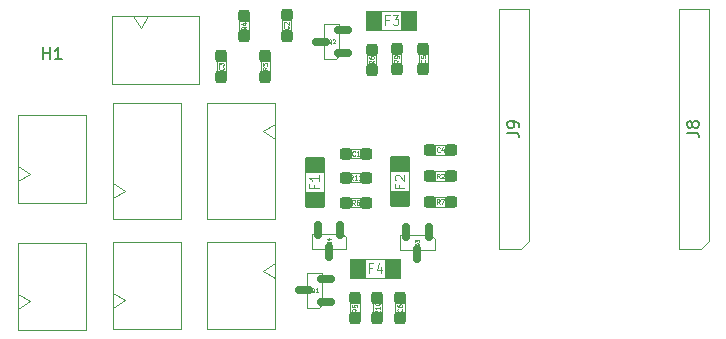
<source format=gbr>
%TF.GenerationSoftware,KiCad,Pcbnew,9.0.3*%
%TF.CreationDate,2025-08-24T20:12:34+09:00*%
%TF.ProjectId,mirror_Shooter_v2,6d697272-6f72-45f5-9368-6f6f7465725f,rev?*%
%TF.SameCoordinates,Original*%
%TF.FileFunction,Paste,Top*%
%TF.FilePolarity,Positive*%
%FSLAX46Y46*%
G04 Gerber Fmt 4.6, Leading zero omitted, Abs format (unit mm)*
G04 Created by KiCad (PCBNEW 9.0.3) date 2025-08-24 20:12:34*
%MOMM*%
%LPD*%
G01*
G04 APERTURE LIST*
G04 Aperture macros list*
%AMRoundRect*
0 Rectangle with rounded corners*
0 $1 Rounding radius*
0 $2 $3 $4 $5 $6 $7 $8 $9 X,Y pos of 4 corners*
0 Add a 4 corners polygon primitive as box body*
4,1,4,$2,$3,$4,$5,$6,$7,$8,$9,$2,$3,0*
0 Add four circle primitives for the rounded corners*
1,1,$1+$1,$2,$3*
1,1,$1+$1,$4,$5*
1,1,$1+$1,$6,$7*
1,1,$1+$1,$8,$9*
0 Add four rect primitives between the rounded corners*
20,1,$1+$1,$2,$3,$4,$5,0*
20,1,$1+$1,$4,$5,$6,$7,0*
20,1,$1+$1,$6,$7,$8,$9,0*
20,1,$1+$1,$8,$9,$2,$3,0*%
G04 Aperture macros list end*
%ADD10RoundRect,0.237500X0.300000X0.237500X-0.300000X0.237500X-0.300000X-0.237500X0.300000X-0.237500X0*%
%ADD11RoundRect,0.237500X-0.237500X0.300000X-0.237500X-0.300000X0.237500X-0.300000X0.237500X0.300000X0*%
%ADD12RoundRect,0.237500X0.237500X-0.300000X0.237500X0.300000X-0.237500X0.300000X-0.237500X-0.300000X0*%
%ADD13RoundRect,0.250001X0.624999X-0.462499X0.624999X0.462499X-0.624999X0.462499X-0.624999X-0.462499X0*%
%ADD14RoundRect,0.150000X0.587500X0.150000X-0.587500X0.150000X-0.587500X-0.150000X0.587500X-0.150000X0*%
%ADD15RoundRect,0.150000X-0.150000X0.587500X-0.150000X-0.587500X0.150000X-0.587500X0.150000X0.587500X0*%
%ADD16RoundRect,0.250001X-0.462499X-0.624999X0.462499X-0.624999X0.462499X0.624999X-0.462499X0.624999X0*%
%ADD17C,0.060000*%
%ADD18C,0.120000*%
%ADD19C,0.050000*%
%ADD20C,0.150000*%
%ADD21C,0.100000*%
G04 APERTURE END LIST*
D10*
%TO.C,R7*%
X153942800Y-103632000D03*
X152217800Y-103632000D03*
%TD*%
%TO.C,R8*%
X146786600Y-103682800D03*
X145061600Y-103682800D03*
%TD*%
D11*
%TO.C,R3*%
X138252200Y-91309800D03*
X138252200Y-93034800D03*
%TD*%
D12*
%TO.C,C6*%
X149656800Y-113485000D03*
X149656800Y-111760000D03*
%TD*%
D10*
%TO.C,C1*%
X146784400Y-99542600D03*
X145059400Y-99542600D03*
%TD*%
D12*
%TO.C,C5*%
X151638000Y-92403000D03*
X151638000Y-90678000D03*
%TD*%
D10*
%TO.C,R2*%
X153947200Y-101447600D03*
X152222200Y-101447600D03*
%TD*%
D13*
%TO.C,F2*%
X149654600Y-103406600D03*
X149654600Y-100431600D03*
%TD*%
D10*
%TO.C,R11*%
X146786600Y-101574600D03*
X145061600Y-101574600D03*
%TD*%
D11*
%TO.C,C3*%
X134543800Y-91284700D03*
X134543800Y-93009700D03*
%TD*%
D12*
%TO.C,R5*%
X145846800Y-113487200D03*
X145846800Y-111762200D03*
%TD*%
D14*
%TO.C,Q1*%
X143386200Y-112064800D03*
X143386200Y-110164800D03*
X141511200Y-111114800D03*
%TD*%
%TO.C,Q2*%
X144826200Y-90993000D03*
X144826200Y-89093000D03*
X142951200Y-90043000D03*
%TD*%
D15*
%TO.C,Q3*%
X152093000Y-106146600D03*
X150193000Y-106146600D03*
X151143000Y-108021600D03*
%TD*%
D12*
%TO.C,C2*%
X140055600Y-89558200D03*
X140055600Y-87833200D03*
%TD*%
D15*
%TO.C,Q4*%
X144597200Y-106019600D03*
X142697200Y-106019600D03*
X143647200Y-107894600D03*
%TD*%
D12*
%TO.C,R6*%
X147269200Y-92456000D03*
X147269200Y-90731000D03*
%TD*%
%TO.C,R9*%
X149377400Y-92403000D03*
X149377400Y-90678000D03*
%TD*%
D16*
%TO.C,F3*%
X147469200Y-88265000D03*
X150444200Y-88265000D03*
%TD*%
%TO.C,F4*%
X146075400Y-109270800D03*
X149050400Y-109270800D03*
%TD*%
D13*
%TO.C,F1*%
X142428000Y-103432900D03*
X142428000Y-100457900D03*
%TD*%
D11*
%TO.C,R4*%
X136448800Y-87859700D03*
X136448800Y-89584700D03*
%TD*%
D10*
%TO.C,C4*%
X153947200Y-99212400D03*
X152222200Y-99212400D03*
%TD*%
D12*
%TO.C,R10*%
X147751800Y-113485000D03*
X147751800Y-111760000D03*
%TD*%
D17*
X153013633Y-103813927D02*
X152880300Y-103623451D01*
X152785062Y-103813927D02*
X152785062Y-103413927D01*
X152785062Y-103413927D02*
X152937443Y-103413927D01*
X152937443Y-103413927D02*
X152975538Y-103432975D01*
X152975538Y-103432975D02*
X152994585Y-103452022D01*
X152994585Y-103452022D02*
X153013633Y-103490118D01*
X153013633Y-103490118D02*
X153013633Y-103547260D01*
X153013633Y-103547260D02*
X152994585Y-103585356D01*
X152994585Y-103585356D02*
X152975538Y-103604403D01*
X152975538Y-103604403D02*
X152937443Y-103623451D01*
X152937443Y-103623451D02*
X152785062Y-103623451D01*
X153146966Y-103413927D02*
X153413633Y-103413927D01*
X153413633Y-103413927D02*
X153242204Y-103813927D01*
X145857433Y-103864727D02*
X145724100Y-103674251D01*
X145628862Y-103864727D02*
X145628862Y-103464727D01*
X145628862Y-103464727D02*
X145781243Y-103464727D01*
X145781243Y-103464727D02*
X145819338Y-103483775D01*
X145819338Y-103483775D02*
X145838385Y-103502822D01*
X145838385Y-103502822D02*
X145857433Y-103540918D01*
X145857433Y-103540918D02*
X145857433Y-103598060D01*
X145857433Y-103598060D02*
X145838385Y-103636156D01*
X145838385Y-103636156D02*
X145819338Y-103655203D01*
X145819338Y-103655203D02*
X145781243Y-103674251D01*
X145781243Y-103674251D02*
X145628862Y-103674251D01*
X146086004Y-103636156D02*
X146047909Y-103617108D01*
X146047909Y-103617108D02*
X146028862Y-103598060D01*
X146028862Y-103598060D02*
X146009814Y-103559965D01*
X146009814Y-103559965D02*
X146009814Y-103540918D01*
X146009814Y-103540918D02*
X146028862Y-103502822D01*
X146028862Y-103502822D02*
X146047909Y-103483775D01*
X146047909Y-103483775D02*
X146086004Y-103464727D01*
X146086004Y-103464727D02*
X146162195Y-103464727D01*
X146162195Y-103464727D02*
X146200290Y-103483775D01*
X146200290Y-103483775D02*
X146219338Y-103502822D01*
X146219338Y-103502822D02*
X146238385Y-103540918D01*
X146238385Y-103540918D02*
X146238385Y-103559965D01*
X146238385Y-103559965D02*
X146219338Y-103598060D01*
X146219338Y-103598060D02*
X146200290Y-103617108D01*
X146200290Y-103617108D02*
X146162195Y-103636156D01*
X146162195Y-103636156D02*
X146086004Y-103636156D01*
X146086004Y-103636156D02*
X146047909Y-103655203D01*
X146047909Y-103655203D02*
X146028862Y-103674251D01*
X146028862Y-103674251D02*
X146009814Y-103712346D01*
X146009814Y-103712346D02*
X146009814Y-103788537D01*
X146009814Y-103788537D02*
X146028862Y-103826632D01*
X146028862Y-103826632D02*
X146047909Y-103845680D01*
X146047909Y-103845680D02*
X146086004Y-103864727D01*
X146086004Y-103864727D02*
X146162195Y-103864727D01*
X146162195Y-103864727D02*
X146200290Y-103845680D01*
X146200290Y-103845680D02*
X146219338Y-103826632D01*
X146219338Y-103826632D02*
X146238385Y-103788537D01*
X146238385Y-103788537D02*
X146238385Y-103712346D01*
X146238385Y-103712346D02*
X146219338Y-103674251D01*
X146219338Y-103674251D02*
X146200290Y-103655203D01*
X146200290Y-103655203D02*
X146162195Y-103636156D01*
X138434127Y-92238966D02*
X138243651Y-92372299D01*
X138434127Y-92467537D02*
X138034127Y-92467537D01*
X138034127Y-92467537D02*
X138034127Y-92315156D01*
X138034127Y-92315156D02*
X138053175Y-92277061D01*
X138053175Y-92277061D02*
X138072222Y-92258014D01*
X138072222Y-92258014D02*
X138110318Y-92238966D01*
X138110318Y-92238966D02*
X138167460Y-92238966D01*
X138167460Y-92238966D02*
X138205556Y-92258014D01*
X138205556Y-92258014D02*
X138224603Y-92277061D01*
X138224603Y-92277061D02*
X138243651Y-92315156D01*
X138243651Y-92315156D02*
X138243651Y-92467537D01*
X138034127Y-92105633D02*
X138034127Y-91858014D01*
X138034127Y-91858014D02*
X138186508Y-91991347D01*
X138186508Y-91991347D02*
X138186508Y-91934204D01*
X138186508Y-91934204D02*
X138205556Y-91896109D01*
X138205556Y-91896109D02*
X138224603Y-91877061D01*
X138224603Y-91877061D02*
X138262699Y-91858014D01*
X138262699Y-91858014D02*
X138357937Y-91858014D01*
X138357937Y-91858014D02*
X138396032Y-91877061D01*
X138396032Y-91877061D02*
X138415080Y-91896109D01*
X138415080Y-91896109D02*
X138434127Y-91934204D01*
X138434127Y-91934204D02*
X138434127Y-92048490D01*
X138434127Y-92048490D02*
X138415080Y-92086585D01*
X138415080Y-92086585D02*
X138396032Y-92105633D01*
X149800632Y-112689166D02*
X149819680Y-112708214D01*
X149819680Y-112708214D02*
X149838727Y-112765356D01*
X149838727Y-112765356D02*
X149838727Y-112803452D01*
X149838727Y-112803452D02*
X149819680Y-112860595D01*
X149819680Y-112860595D02*
X149781584Y-112898690D01*
X149781584Y-112898690D02*
X149743489Y-112917737D01*
X149743489Y-112917737D02*
X149667299Y-112936785D01*
X149667299Y-112936785D02*
X149610156Y-112936785D01*
X149610156Y-112936785D02*
X149533965Y-112917737D01*
X149533965Y-112917737D02*
X149495870Y-112898690D01*
X149495870Y-112898690D02*
X149457775Y-112860595D01*
X149457775Y-112860595D02*
X149438727Y-112803452D01*
X149438727Y-112803452D02*
X149438727Y-112765356D01*
X149438727Y-112765356D02*
X149457775Y-112708214D01*
X149457775Y-112708214D02*
X149476822Y-112689166D01*
X149438727Y-112346309D02*
X149438727Y-112422499D01*
X149438727Y-112422499D02*
X149457775Y-112460595D01*
X149457775Y-112460595D02*
X149476822Y-112479642D01*
X149476822Y-112479642D02*
X149533965Y-112517737D01*
X149533965Y-112517737D02*
X149610156Y-112536785D01*
X149610156Y-112536785D02*
X149762537Y-112536785D01*
X149762537Y-112536785D02*
X149800632Y-112517737D01*
X149800632Y-112517737D02*
X149819680Y-112498690D01*
X149819680Y-112498690D02*
X149838727Y-112460595D01*
X149838727Y-112460595D02*
X149838727Y-112384404D01*
X149838727Y-112384404D02*
X149819680Y-112346309D01*
X149819680Y-112346309D02*
X149800632Y-112327261D01*
X149800632Y-112327261D02*
X149762537Y-112308214D01*
X149762537Y-112308214D02*
X149667299Y-112308214D01*
X149667299Y-112308214D02*
X149629203Y-112327261D01*
X149629203Y-112327261D02*
X149610156Y-112346309D01*
X149610156Y-112346309D02*
X149591108Y-112384404D01*
X149591108Y-112384404D02*
X149591108Y-112460595D01*
X149591108Y-112460595D02*
X149610156Y-112498690D01*
X149610156Y-112498690D02*
X149629203Y-112517737D01*
X149629203Y-112517737D02*
X149667299Y-112536785D01*
X145855233Y-99686432D02*
X145836185Y-99705480D01*
X145836185Y-99705480D02*
X145779043Y-99724527D01*
X145779043Y-99724527D02*
X145740947Y-99724527D01*
X145740947Y-99724527D02*
X145683804Y-99705480D01*
X145683804Y-99705480D02*
X145645709Y-99667384D01*
X145645709Y-99667384D02*
X145626662Y-99629289D01*
X145626662Y-99629289D02*
X145607614Y-99553099D01*
X145607614Y-99553099D02*
X145607614Y-99495956D01*
X145607614Y-99495956D02*
X145626662Y-99419765D01*
X145626662Y-99419765D02*
X145645709Y-99381670D01*
X145645709Y-99381670D02*
X145683804Y-99343575D01*
X145683804Y-99343575D02*
X145740947Y-99324527D01*
X145740947Y-99324527D02*
X145779043Y-99324527D01*
X145779043Y-99324527D02*
X145836185Y-99343575D01*
X145836185Y-99343575D02*
X145855233Y-99362622D01*
X146236185Y-99724527D02*
X146007614Y-99724527D01*
X146121900Y-99724527D02*
X146121900Y-99324527D01*
X146121900Y-99324527D02*
X146083804Y-99381670D01*
X146083804Y-99381670D02*
X146045709Y-99419765D01*
X146045709Y-99419765D02*
X146007614Y-99438813D01*
X151781832Y-91607166D02*
X151800880Y-91626214D01*
X151800880Y-91626214D02*
X151819927Y-91683356D01*
X151819927Y-91683356D02*
X151819927Y-91721452D01*
X151819927Y-91721452D02*
X151800880Y-91778595D01*
X151800880Y-91778595D02*
X151762784Y-91816690D01*
X151762784Y-91816690D02*
X151724689Y-91835737D01*
X151724689Y-91835737D02*
X151648499Y-91854785D01*
X151648499Y-91854785D02*
X151591356Y-91854785D01*
X151591356Y-91854785D02*
X151515165Y-91835737D01*
X151515165Y-91835737D02*
X151477070Y-91816690D01*
X151477070Y-91816690D02*
X151438975Y-91778595D01*
X151438975Y-91778595D02*
X151419927Y-91721452D01*
X151419927Y-91721452D02*
X151419927Y-91683356D01*
X151419927Y-91683356D02*
X151438975Y-91626214D01*
X151438975Y-91626214D02*
X151458022Y-91607166D01*
X151419927Y-91245261D02*
X151419927Y-91435737D01*
X151419927Y-91435737D02*
X151610403Y-91454785D01*
X151610403Y-91454785D02*
X151591356Y-91435737D01*
X151591356Y-91435737D02*
X151572308Y-91397642D01*
X151572308Y-91397642D02*
X151572308Y-91302404D01*
X151572308Y-91302404D02*
X151591356Y-91264309D01*
X151591356Y-91264309D02*
X151610403Y-91245261D01*
X151610403Y-91245261D02*
X151648499Y-91226214D01*
X151648499Y-91226214D02*
X151743737Y-91226214D01*
X151743737Y-91226214D02*
X151781832Y-91245261D01*
X151781832Y-91245261D02*
X151800880Y-91264309D01*
X151800880Y-91264309D02*
X151819927Y-91302404D01*
X151819927Y-91302404D02*
X151819927Y-91397642D01*
X151819927Y-91397642D02*
X151800880Y-91435737D01*
X151800880Y-91435737D02*
X151781832Y-91454785D01*
X153018033Y-101629527D02*
X152884700Y-101439051D01*
X152789462Y-101629527D02*
X152789462Y-101229527D01*
X152789462Y-101229527D02*
X152941843Y-101229527D01*
X152941843Y-101229527D02*
X152979938Y-101248575D01*
X152979938Y-101248575D02*
X152998985Y-101267622D01*
X152998985Y-101267622D02*
X153018033Y-101305718D01*
X153018033Y-101305718D02*
X153018033Y-101362860D01*
X153018033Y-101362860D02*
X152998985Y-101400956D01*
X152998985Y-101400956D02*
X152979938Y-101420003D01*
X152979938Y-101420003D02*
X152941843Y-101439051D01*
X152941843Y-101439051D02*
X152789462Y-101439051D01*
X153170414Y-101267622D02*
X153189462Y-101248575D01*
X153189462Y-101248575D02*
X153227557Y-101229527D01*
X153227557Y-101229527D02*
X153322795Y-101229527D01*
X153322795Y-101229527D02*
X153360890Y-101248575D01*
X153360890Y-101248575D02*
X153379938Y-101267622D01*
X153379938Y-101267622D02*
X153398985Y-101305718D01*
X153398985Y-101305718D02*
X153398985Y-101343813D01*
X153398985Y-101343813D02*
X153379938Y-101400956D01*
X153379938Y-101400956D02*
X153151366Y-101629527D01*
X153151366Y-101629527D02*
X153398985Y-101629527D01*
D18*
X149599407Y-102185766D02*
X149599407Y-102452432D01*
X150018455Y-102452432D02*
X149218455Y-102452432D01*
X149218455Y-102452432D02*
X149218455Y-102071480D01*
X149294645Y-101804814D02*
X149256550Y-101766718D01*
X149256550Y-101766718D02*
X149218455Y-101690528D01*
X149218455Y-101690528D02*
X149218455Y-101500052D01*
X149218455Y-101500052D02*
X149256550Y-101423861D01*
X149256550Y-101423861D02*
X149294645Y-101385766D01*
X149294645Y-101385766D02*
X149370836Y-101347671D01*
X149370836Y-101347671D02*
X149447026Y-101347671D01*
X149447026Y-101347671D02*
X149561312Y-101385766D01*
X149561312Y-101385766D02*
X150018455Y-101842909D01*
X150018455Y-101842909D02*
X150018455Y-101347671D01*
D17*
X145666957Y-101756527D02*
X145533624Y-101566051D01*
X145438386Y-101756527D02*
X145438386Y-101356527D01*
X145438386Y-101356527D02*
X145590767Y-101356527D01*
X145590767Y-101356527D02*
X145628862Y-101375575D01*
X145628862Y-101375575D02*
X145647909Y-101394622D01*
X145647909Y-101394622D02*
X145666957Y-101432718D01*
X145666957Y-101432718D02*
X145666957Y-101489860D01*
X145666957Y-101489860D02*
X145647909Y-101527956D01*
X145647909Y-101527956D02*
X145628862Y-101547003D01*
X145628862Y-101547003D02*
X145590767Y-101566051D01*
X145590767Y-101566051D02*
X145438386Y-101566051D01*
X146047909Y-101756527D02*
X145819338Y-101756527D01*
X145933624Y-101756527D02*
X145933624Y-101356527D01*
X145933624Y-101356527D02*
X145895528Y-101413670D01*
X145895528Y-101413670D02*
X145857433Y-101451765D01*
X145857433Y-101451765D02*
X145819338Y-101470813D01*
X146428861Y-101756527D02*
X146200290Y-101756527D01*
X146314576Y-101756527D02*
X146314576Y-101356527D01*
X146314576Y-101356527D02*
X146276480Y-101413670D01*
X146276480Y-101413670D02*
X146238385Y-101451765D01*
X146238385Y-101451765D02*
X146200290Y-101470813D01*
X134687632Y-92213866D02*
X134706680Y-92232914D01*
X134706680Y-92232914D02*
X134725727Y-92290056D01*
X134725727Y-92290056D02*
X134725727Y-92328152D01*
X134725727Y-92328152D02*
X134706680Y-92385295D01*
X134706680Y-92385295D02*
X134668584Y-92423390D01*
X134668584Y-92423390D02*
X134630489Y-92442437D01*
X134630489Y-92442437D02*
X134554299Y-92461485D01*
X134554299Y-92461485D02*
X134497156Y-92461485D01*
X134497156Y-92461485D02*
X134420965Y-92442437D01*
X134420965Y-92442437D02*
X134382870Y-92423390D01*
X134382870Y-92423390D02*
X134344775Y-92385295D01*
X134344775Y-92385295D02*
X134325727Y-92328152D01*
X134325727Y-92328152D02*
X134325727Y-92290056D01*
X134325727Y-92290056D02*
X134344775Y-92232914D01*
X134344775Y-92232914D02*
X134363822Y-92213866D01*
X134325727Y-92080533D02*
X134325727Y-91832914D01*
X134325727Y-91832914D02*
X134478108Y-91966247D01*
X134478108Y-91966247D02*
X134478108Y-91909104D01*
X134478108Y-91909104D02*
X134497156Y-91871009D01*
X134497156Y-91871009D02*
X134516203Y-91851961D01*
X134516203Y-91851961D02*
X134554299Y-91832914D01*
X134554299Y-91832914D02*
X134649537Y-91832914D01*
X134649537Y-91832914D02*
X134687632Y-91851961D01*
X134687632Y-91851961D02*
X134706680Y-91871009D01*
X134706680Y-91871009D02*
X134725727Y-91909104D01*
X134725727Y-91909104D02*
X134725727Y-92023390D01*
X134725727Y-92023390D02*
X134706680Y-92061485D01*
X134706680Y-92061485D02*
X134687632Y-92080533D01*
X146028727Y-112691366D02*
X145838251Y-112824699D01*
X146028727Y-112919937D02*
X145628727Y-112919937D01*
X145628727Y-112919937D02*
X145628727Y-112767556D01*
X145628727Y-112767556D02*
X145647775Y-112729461D01*
X145647775Y-112729461D02*
X145666822Y-112710414D01*
X145666822Y-112710414D02*
X145704918Y-112691366D01*
X145704918Y-112691366D02*
X145762060Y-112691366D01*
X145762060Y-112691366D02*
X145800156Y-112710414D01*
X145800156Y-112710414D02*
X145819203Y-112729461D01*
X145819203Y-112729461D02*
X145838251Y-112767556D01*
X145838251Y-112767556D02*
X145838251Y-112919937D01*
X145628727Y-112329461D02*
X145628727Y-112519937D01*
X145628727Y-112519937D02*
X145819203Y-112538985D01*
X145819203Y-112538985D02*
X145800156Y-112519937D01*
X145800156Y-112519937D02*
X145781108Y-112481842D01*
X145781108Y-112481842D02*
X145781108Y-112386604D01*
X145781108Y-112386604D02*
X145800156Y-112348509D01*
X145800156Y-112348509D02*
X145819203Y-112329461D01*
X145819203Y-112329461D02*
X145857299Y-112310414D01*
X145857299Y-112310414D02*
X145952537Y-112310414D01*
X145952537Y-112310414D02*
X145990632Y-112329461D01*
X145990632Y-112329461D02*
X146009680Y-112348509D01*
X146009680Y-112348509D02*
X146028727Y-112386604D01*
X146028727Y-112386604D02*
X146028727Y-112481842D01*
X146028727Y-112481842D02*
X146009680Y-112519937D01*
X146009680Y-112519937D02*
X145990632Y-112538985D01*
D19*
X142418223Y-111290714D02*
X142387747Y-111275476D01*
X142387747Y-111275476D02*
X142357271Y-111245000D01*
X142357271Y-111245000D02*
X142311557Y-111199285D01*
X142311557Y-111199285D02*
X142281080Y-111184047D01*
X142281080Y-111184047D02*
X142250604Y-111184047D01*
X142265842Y-111260238D02*
X142235366Y-111245000D01*
X142235366Y-111245000D02*
X142204890Y-111214523D01*
X142204890Y-111214523D02*
X142189652Y-111153571D01*
X142189652Y-111153571D02*
X142189652Y-111046904D01*
X142189652Y-111046904D02*
X142204890Y-110985952D01*
X142204890Y-110985952D02*
X142235366Y-110955476D01*
X142235366Y-110955476D02*
X142265842Y-110940238D01*
X142265842Y-110940238D02*
X142326795Y-110940238D01*
X142326795Y-110940238D02*
X142357271Y-110955476D01*
X142357271Y-110955476D02*
X142387747Y-110985952D01*
X142387747Y-110985952D02*
X142402985Y-111046904D01*
X142402985Y-111046904D02*
X142402985Y-111153571D01*
X142402985Y-111153571D02*
X142387747Y-111214523D01*
X142387747Y-111214523D02*
X142357271Y-111245000D01*
X142357271Y-111245000D02*
X142326795Y-111260238D01*
X142326795Y-111260238D02*
X142265842Y-111260238D01*
X142707747Y-111260238D02*
X142524890Y-111260238D01*
X142616318Y-111260238D02*
X142616318Y-110940238D01*
X142616318Y-110940238D02*
X142585842Y-110985952D01*
X142585842Y-110985952D02*
X142555366Y-111016428D01*
X142555366Y-111016428D02*
X142524890Y-111031666D01*
X143858223Y-90218914D02*
X143827747Y-90203676D01*
X143827747Y-90203676D02*
X143797271Y-90173200D01*
X143797271Y-90173200D02*
X143751557Y-90127485D01*
X143751557Y-90127485D02*
X143721080Y-90112247D01*
X143721080Y-90112247D02*
X143690604Y-90112247D01*
X143705842Y-90188438D02*
X143675366Y-90173200D01*
X143675366Y-90173200D02*
X143644890Y-90142723D01*
X143644890Y-90142723D02*
X143629652Y-90081771D01*
X143629652Y-90081771D02*
X143629652Y-89975104D01*
X143629652Y-89975104D02*
X143644890Y-89914152D01*
X143644890Y-89914152D02*
X143675366Y-89883676D01*
X143675366Y-89883676D02*
X143705842Y-89868438D01*
X143705842Y-89868438D02*
X143766795Y-89868438D01*
X143766795Y-89868438D02*
X143797271Y-89883676D01*
X143797271Y-89883676D02*
X143827747Y-89914152D01*
X143827747Y-89914152D02*
X143842985Y-89975104D01*
X143842985Y-89975104D02*
X143842985Y-90081771D01*
X143842985Y-90081771D02*
X143827747Y-90142723D01*
X143827747Y-90142723D02*
X143797271Y-90173200D01*
X143797271Y-90173200D02*
X143766795Y-90188438D01*
X143766795Y-90188438D02*
X143705842Y-90188438D01*
X143964890Y-89898914D02*
X143980128Y-89883676D01*
X143980128Y-89883676D02*
X144010604Y-89868438D01*
X144010604Y-89868438D02*
X144086795Y-89868438D01*
X144086795Y-89868438D02*
X144117271Y-89883676D01*
X144117271Y-89883676D02*
X144132509Y-89898914D01*
X144132509Y-89898914D02*
X144147747Y-89929390D01*
X144147747Y-89929390D02*
X144147747Y-89959866D01*
X144147747Y-89959866D02*
X144132509Y-90005580D01*
X144132509Y-90005580D02*
X143949652Y-90188438D01*
X143949652Y-90188438D02*
X144147747Y-90188438D01*
X151318914Y-107114576D02*
X151303676Y-107145052D01*
X151303676Y-107145052D02*
X151273200Y-107175528D01*
X151273200Y-107175528D02*
X151227485Y-107221242D01*
X151227485Y-107221242D02*
X151212247Y-107251719D01*
X151212247Y-107251719D02*
X151212247Y-107282195D01*
X151288438Y-107266957D02*
X151273200Y-107297433D01*
X151273200Y-107297433D02*
X151242723Y-107327909D01*
X151242723Y-107327909D02*
X151181771Y-107343147D01*
X151181771Y-107343147D02*
X151075104Y-107343147D01*
X151075104Y-107343147D02*
X151014152Y-107327909D01*
X151014152Y-107327909D02*
X150983676Y-107297433D01*
X150983676Y-107297433D02*
X150968438Y-107266957D01*
X150968438Y-107266957D02*
X150968438Y-107206004D01*
X150968438Y-107206004D02*
X150983676Y-107175528D01*
X150983676Y-107175528D02*
X151014152Y-107145052D01*
X151014152Y-107145052D02*
X151075104Y-107129814D01*
X151075104Y-107129814D02*
X151181771Y-107129814D01*
X151181771Y-107129814D02*
X151242723Y-107145052D01*
X151242723Y-107145052D02*
X151273200Y-107175528D01*
X151273200Y-107175528D02*
X151288438Y-107206004D01*
X151288438Y-107206004D02*
X151288438Y-107266957D01*
X150968438Y-107023147D02*
X150968438Y-106825052D01*
X150968438Y-106825052D02*
X151090342Y-106931719D01*
X151090342Y-106931719D02*
X151090342Y-106886004D01*
X151090342Y-106886004D02*
X151105580Y-106855528D01*
X151105580Y-106855528D02*
X151120819Y-106840290D01*
X151120819Y-106840290D02*
X151151295Y-106825052D01*
X151151295Y-106825052D02*
X151227485Y-106825052D01*
X151227485Y-106825052D02*
X151257961Y-106840290D01*
X151257961Y-106840290D02*
X151273200Y-106855528D01*
X151273200Y-106855528D02*
X151288438Y-106886004D01*
X151288438Y-106886004D02*
X151288438Y-106977433D01*
X151288438Y-106977433D02*
X151273200Y-107007909D01*
X151273200Y-107007909D02*
X151257961Y-107023147D01*
D17*
X140199432Y-88762366D02*
X140218480Y-88781414D01*
X140218480Y-88781414D02*
X140237527Y-88838556D01*
X140237527Y-88838556D02*
X140237527Y-88876652D01*
X140237527Y-88876652D02*
X140218480Y-88933795D01*
X140218480Y-88933795D02*
X140180384Y-88971890D01*
X140180384Y-88971890D02*
X140142289Y-88990937D01*
X140142289Y-88990937D02*
X140066099Y-89009985D01*
X140066099Y-89009985D02*
X140008956Y-89009985D01*
X140008956Y-89009985D02*
X139932765Y-88990937D01*
X139932765Y-88990937D02*
X139894670Y-88971890D01*
X139894670Y-88971890D02*
X139856575Y-88933795D01*
X139856575Y-88933795D02*
X139837527Y-88876652D01*
X139837527Y-88876652D02*
X139837527Y-88838556D01*
X139837527Y-88838556D02*
X139856575Y-88781414D01*
X139856575Y-88781414D02*
X139875622Y-88762366D01*
X139875622Y-88609985D02*
X139856575Y-88590937D01*
X139856575Y-88590937D02*
X139837527Y-88552842D01*
X139837527Y-88552842D02*
X139837527Y-88457604D01*
X139837527Y-88457604D02*
X139856575Y-88419509D01*
X139856575Y-88419509D02*
X139875622Y-88400461D01*
X139875622Y-88400461D02*
X139913718Y-88381414D01*
X139913718Y-88381414D02*
X139951813Y-88381414D01*
X139951813Y-88381414D02*
X140008956Y-88400461D01*
X140008956Y-88400461D02*
X140237527Y-88629033D01*
X140237527Y-88629033D02*
X140237527Y-88381414D01*
D19*
X143823114Y-106987576D02*
X143807876Y-107018052D01*
X143807876Y-107018052D02*
X143777400Y-107048528D01*
X143777400Y-107048528D02*
X143731685Y-107094242D01*
X143731685Y-107094242D02*
X143716447Y-107124719D01*
X143716447Y-107124719D02*
X143716447Y-107155195D01*
X143792638Y-107139957D02*
X143777400Y-107170433D01*
X143777400Y-107170433D02*
X143746923Y-107200909D01*
X143746923Y-107200909D02*
X143685971Y-107216147D01*
X143685971Y-107216147D02*
X143579304Y-107216147D01*
X143579304Y-107216147D02*
X143518352Y-107200909D01*
X143518352Y-107200909D02*
X143487876Y-107170433D01*
X143487876Y-107170433D02*
X143472638Y-107139957D01*
X143472638Y-107139957D02*
X143472638Y-107079004D01*
X143472638Y-107079004D02*
X143487876Y-107048528D01*
X143487876Y-107048528D02*
X143518352Y-107018052D01*
X143518352Y-107018052D02*
X143579304Y-107002814D01*
X143579304Y-107002814D02*
X143685971Y-107002814D01*
X143685971Y-107002814D02*
X143746923Y-107018052D01*
X143746923Y-107018052D02*
X143777400Y-107048528D01*
X143777400Y-107048528D02*
X143792638Y-107079004D01*
X143792638Y-107079004D02*
X143792638Y-107139957D01*
X143579304Y-106728528D02*
X143792638Y-106728528D01*
X143457400Y-106804719D02*
X143685971Y-106880909D01*
X143685971Y-106880909D02*
X143685971Y-106682814D01*
D17*
X147451127Y-91660166D02*
X147260651Y-91793499D01*
X147451127Y-91888737D02*
X147051127Y-91888737D01*
X147051127Y-91888737D02*
X147051127Y-91736356D01*
X147051127Y-91736356D02*
X147070175Y-91698261D01*
X147070175Y-91698261D02*
X147089222Y-91679214D01*
X147089222Y-91679214D02*
X147127318Y-91660166D01*
X147127318Y-91660166D02*
X147184460Y-91660166D01*
X147184460Y-91660166D02*
X147222556Y-91679214D01*
X147222556Y-91679214D02*
X147241603Y-91698261D01*
X147241603Y-91698261D02*
X147260651Y-91736356D01*
X147260651Y-91736356D02*
X147260651Y-91888737D01*
X147051127Y-91317309D02*
X147051127Y-91393499D01*
X147051127Y-91393499D02*
X147070175Y-91431595D01*
X147070175Y-91431595D02*
X147089222Y-91450642D01*
X147089222Y-91450642D02*
X147146365Y-91488737D01*
X147146365Y-91488737D02*
X147222556Y-91507785D01*
X147222556Y-91507785D02*
X147374937Y-91507785D01*
X147374937Y-91507785D02*
X147413032Y-91488737D01*
X147413032Y-91488737D02*
X147432080Y-91469690D01*
X147432080Y-91469690D02*
X147451127Y-91431595D01*
X147451127Y-91431595D02*
X147451127Y-91355404D01*
X147451127Y-91355404D02*
X147432080Y-91317309D01*
X147432080Y-91317309D02*
X147413032Y-91298261D01*
X147413032Y-91298261D02*
X147374937Y-91279214D01*
X147374937Y-91279214D02*
X147279699Y-91279214D01*
X147279699Y-91279214D02*
X147241603Y-91298261D01*
X147241603Y-91298261D02*
X147222556Y-91317309D01*
X147222556Y-91317309D02*
X147203508Y-91355404D01*
X147203508Y-91355404D02*
X147203508Y-91431595D01*
X147203508Y-91431595D02*
X147222556Y-91469690D01*
X147222556Y-91469690D02*
X147241603Y-91488737D01*
X147241603Y-91488737D02*
X147279699Y-91507785D01*
D20*
X158728219Y-97767733D02*
X159442504Y-97767733D01*
X159442504Y-97767733D02*
X159585361Y-97815352D01*
X159585361Y-97815352D02*
X159680600Y-97910590D01*
X159680600Y-97910590D02*
X159728219Y-98053447D01*
X159728219Y-98053447D02*
X159728219Y-98148685D01*
X159728219Y-97243923D02*
X159728219Y-97053447D01*
X159728219Y-97053447D02*
X159680600Y-96958209D01*
X159680600Y-96958209D02*
X159632980Y-96910590D01*
X159632980Y-96910590D02*
X159490123Y-96815352D01*
X159490123Y-96815352D02*
X159299647Y-96767733D01*
X159299647Y-96767733D02*
X158918695Y-96767733D01*
X158918695Y-96767733D02*
X158823457Y-96815352D01*
X158823457Y-96815352D02*
X158775838Y-96862971D01*
X158775838Y-96862971D02*
X158728219Y-96958209D01*
X158728219Y-96958209D02*
X158728219Y-97148685D01*
X158728219Y-97148685D02*
X158775838Y-97243923D01*
X158775838Y-97243923D02*
X158823457Y-97291542D01*
X158823457Y-97291542D02*
X158918695Y-97339161D01*
X158918695Y-97339161D02*
X159156790Y-97339161D01*
X159156790Y-97339161D02*
X159252028Y-97291542D01*
X159252028Y-97291542D02*
X159299647Y-97243923D01*
X159299647Y-97243923D02*
X159347266Y-97148685D01*
X159347266Y-97148685D02*
X159347266Y-96958209D01*
X159347266Y-96958209D02*
X159299647Y-96862971D01*
X159299647Y-96862971D02*
X159252028Y-96815352D01*
X159252028Y-96815352D02*
X159156790Y-96767733D01*
X119455895Y-91539219D02*
X119455895Y-90539219D01*
X119455895Y-91015409D02*
X120027323Y-91015409D01*
X120027323Y-91539219D02*
X120027323Y-90539219D01*
X121027323Y-91539219D02*
X120455895Y-91539219D01*
X120741609Y-91539219D02*
X120741609Y-90539219D01*
X120741609Y-90539219D02*
X120646371Y-90682076D01*
X120646371Y-90682076D02*
X120551133Y-90777314D01*
X120551133Y-90777314D02*
X120455895Y-90824933D01*
D17*
X149559327Y-91607166D02*
X149368851Y-91740499D01*
X149559327Y-91835737D02*
X149159327Y-91835737D01*
X149159327Y-91835737D02*
X149159327Y-91683356D01*
X149159327Y-91683356D02*
X149178375Y-91645261D01*
X149178375Y-91645261D02*
X149197422Y-91626214D01*
X149197422Y-91626214D02*
X149235518Y-91607166D01*
X149235518Y-91607166D02*
X149292660Y-91607166D01*
X149292660Y-91607166D02*
X149330756Y-91626214D01*
X149330756Y-91626214D02*
X149349803Y-91645261D01*
X149349803Y-91645261D02*
X149368851Y-91683356D01*
X149368851Y-91683356D02*
X149368851Y-91835737D01*
X149559327Y-91416690D02*
X149559327Y-91340499D01*
X149559327Y-91340499D02*
X149540280Y-91302404D01*
X149540280Y-91302404D02*
X149521232Y-91283356D01*
X149521232Y-91283356D02*
X149464089Y-91245261D01*
X149464089Y-91245261D02*
X149387899Y-91226214D01*
X149387899Y-91226214D02*
X149235518Y-91226214D01*
X149235518Y-91226214D02*
X149197422Y-91245261D01*
X149197422Y-91245261D02*
X149178375Y-91264309D01*
X149178375Y-91264309D02*
X149159327Y-91302404D01*
X149159327Y-91302404D02*
X149159327Y-91378595D01*
X149159327Y-91378595D02*
X149178375Y-91416690D01*
X149178375Y-91416690D02*
X149197422Y-91435737D01*
X149197422Y-91435737D02*
X149235518Y-91454785D01*
X149235518Y-91454785D02*
X149330756Y-91454785D01*
X149330756Y-91454785D02*
X149368851Y-91435737D01*
X149368851Y-91435737D02*
X149387899Y-91416690D01*
X149387899Y-91416690D02*
X149406946Y-91378595D01*
X149406946Y-91378595D02*
X149406946Y-91302404D01*
X149406946Y-91302404D02*
X149387899Y-91264309D01*
X149387899Y-91264309D02*
X149368851Y-91245261D01*
X149368851Y-91245261D02*
X149330756Y-91226214D01*
D18*
X148690033Y-88209807D02*
X148423367Y-88209807D01*
X148423367Y-88628855D02*
X148423367Y-87828855D01*
X148423367Y-87828855D02*
X148804319Y-87828855D01*
X149032890Y-87828855D02*
X149528128Y-87828855D01*
X149528128Y-87828855D02*
X149261462Y-88133617D01*
X149261462Y-88133617D02*
X149375747Y-88133617D01*
X149375747Y-88133617D02*
X149451938Y-88171712D01*
X149451938Y-88171712D02*
X149490033Y-88209807D01*
X149490033Y-88209807D02*
X149528128Y-88285998D01*
X149528128Y-88285998D02*
X149528128Y-88476474D01*
X149528128Y-88476474D02*
X149490033Y-88552664D01*
X149490033Y-88552664D02*
X149451938Y-88590760D01*
X149451938Y-88590760D02*
X149375747Y-88628855D01*
X149375747Y-88628855D02*
X149147176Y-88628855D01*
X149147176Y-88628855D02*
X149070985Y-88590760D01*
X149070985Y-88590760D02*
X149032890Y-88552664D01*
X147296233Y-109215607D02*
X147029567Y-109215607D01*
X147029567Y-109634655D02*
X147029567Y-108834655D01*
X147029567Y-108834655D02*
X147410519Y-108834655D01*
X148058138Y-109101321D02*
X148058138Y-109634655D01*
X147867662Y-108796560D02*
X147677185Y-109367988D01*
X147677185Y-109367988D02*
X148172424Y-109367988D01*
X142372807Y-102212066D02*
X142372807Y-102478732D01*
X142791855Y-102478732D02*
X141991855Y-102478732D01*
X141991855Y-102478732D02*
X141991855Y-102097780D01*
X142791855Y-101373971D02*
X142791855Y-101831114D01*
X142791855Y-101602542D02*
X141991855Y-101602542D01*
X141991855Y-101602542D02*
X142106140Y-101678733D01*
X142106140Y-101678733D02*
X142182331Y-101754923D01*
X142182331Y-101754923D02*
X142220426Y-101831114D01*
D17*
X136630727Y-88788866D02*
X136440251Y-88922199D01*
X136630727Y-89017437D02*
X136230727Y-89017437D01*
X136230727Y-89017437D02*
X136230727Y-88865056D01*
X136230727Y-88865056D02*
X136249775Y-88826961D01*
X136249775Y-88826961D02*
X136268822Y-88807914D01*
X136268822Y-88807914D02*
X136306918Y-88788866D01*
X136306918Y-88788866D02*
X136364060Y-88788866D01*
X136364060Y-88788866D02*
X136402156Y-88807914D01*
X136402156Y-88807914D02*
X136421203Y-88826961D01*
X136421203Y-88826961D02*
X136440251Y-88865056D01*
X136440251Y-88865056D02*
X136440251Y-89017437D01*
X136364060Y-88446009D02*
X136630727Y-88446009D01*
X136211680Y-88541247D02*
X136497394Y-88636485D01*
X136497394Y-88636485D02*
X136497394Y-88388866D01*
D20*
X173978219Y-97767733D02*
X174692504Y-97767733D01*
X174692504Y-97767733D02*
X174835361Y-97815352D01*
X174835361Y-97815352D02*
X174930600Y-97910590D01*
X174930600Y-97910590D02*
X174978219Y-98053447D01*
X174978219Y-98053447D02*
X174978219Y-98148685D01*
X174406790Y-97148685D02*
X174359171Y-97243923D01*
X174359171Y-97243923D02*
X174311552Y-97291542D01*
X174311552Y-97291542D02*
X174216314Y-97339161D01*
X174216314Y-97339161D02*
X174168695Y-97339161D01*
X174168695Y-97339161D02*
X174073457Y-97291542D01*
X174073457Y-97291542D02*
X174025838Y-97243923D01*
X174025838Y-97243923D02*
X173978219Y-97148685D01*
X173978219Y-97148685D02*
X173978219Y-96958209D01*
X173978219Y-96958209D02*
X174025838Y-96862971D01*
X174025838Y-96862971D02*
X174073457Y-96815352D01*
X174073457Y-96815352D02*
X174168695Y-96767733D01*
X174168695Y-96767733D02*
X174216314Y-96767733D01*
X174216314Y-96767733D02*
X174311552Y-96815352D01*
X174311552Y-96815352D02*
X174359171Y-96862971D01*
X174359171Y-96862971D02*
X174406790Y-96958209D01*
X174406790Y-96958209D02*
X174406790Y-97148685D01*
X174406790Y-97148685D02*
X174454409Y-97243923D01*
X174454409Y-97243923D02*
X174502028Y-97291542D01*
X174502028Y-97291542D02*
X174597266Y-97339161D01*
X174597266Y-97339161D02*
X174787742Y-97339161D01*
X174787742Y-97339161D02*
X174882980Y-97291542D01*
X174882980Y-97291542D02*
X174930600Y-97243923D01*
X174930600Y-97243923D02*
X174978219Y-97148685D01*
X174978219Y-97148685D02*
X174978219Y-96958209D01*
X174978219Y-96958209D02*
X174930600Y-96862971D01*
X174930600Y-96862971D02*
X174882980Y-96815352D01*
X174882980Y-96815352D02*
X174787742Y-96767733D01*
X174787742Y-96767733D02*
X174597266Y-96767733D01*
X174597266Y-96767733D02*
X174502028Y-96815352D01*
X174502028Y-96815352D02*
X174454409Y-96862971D01*
X174454409Y-96862971D02*
X174406790Y-96958209D01*
D17*
X153018033Y-99356232D02*
X152998985Y-99375280D01*
X152998985Y-99375280D02*
X152941843Y-99394327D01*
X152941843Y-99394327D02*
X152903747Y-99394327D01*
X152903747Y-99394327D02*
X152846604Y-99375280D01*
X152846604Y-99375280D02*
X152808509Y-99337184D01*
X152808509Y-99337184D02*
X152789462Y-99299089D01*
X152789462Y-99299089D02*
X152770414Y-99222899D01*
X152770414Y-99222899D02*
X152770414Y-99165756D01*
X152770414Y-99165756D02*
X152789462Y-99089565D01*
X152789462Y-99089565D02*
X152808509Y-99051470D01*
X152808509Y-99051470D02*
X152846604Y-99013375D01*
X152846604Y-99013375D02*
X152903747Y-98994327D01*
X152903747Y-98994327D02*
X152941843Y-98994327D01*
X152941843Y-98994327D02*
X152998985Y-99013375D01*
X152998985Y-99013375D02*
X153018033Y-99032422D01*
X153360890Y-99127660D02*
X153360890Y-99394327D01*
X153265652Y-98975280D02*
X153170414Y-99260994D01*
X153170414Y-99260994D02*
X153418033Y-99260994D01*
X147933727Y-112879642D02*
X147743251Y-113012975D01*
X147933727Y-113108213D02*
X147533727Y-113108213D01*
X147533727Y-113108213D02*
X147533727Y-112955832D01*
X147533727Y-112955832D02*
X147552775Y-112917737D01*
X147552775Y-112917737D02*
X147571822Y-112898690D01*
X147571822Y-112898690D02*
X147609918Y-112879642D01*
X147609918Y-112879642D02*
X147667060Y-112879642D01*
X147667060Y-112879642D02*
X147705156Y-112898690D01*
X147705156Y-112898690D02*
X147724203Y-112917737D01*
X147724203Y-112917737D02*
X147743251Y-112955832D01*
X147743251Y-112955832D02*
X147743251Y-113108213D01*
X147933727Y-112498690D02*
X147933727Y-112727261D01*
X147933727Y-112612975D02*
X147533727Y-112612975D01*
X147533727Y-112612975D02*
X147590870Y-112651071D01*
X147590870Y-112651071D02*
X147628965Y-112689166D01*
X147628965Y-112689166D02*
X147648013Y-112727261D01*
X147533727Y-112251071D02*
X147533727Y-112212976D01*
X147533727Y-112212976D02*
X147552775Y-112174880D01*
X147552775Y-112174880D02*
X147571822Y-112155833D01*
X147571822Y-112155833D02*
X147609918Y-112136785D01*
X147609918Y-112136785D02*
X147686108Y-112117738D01*
X147686108Y-112117738D02*
X147781346Y-112117738D01*
X147781346Y-112117738D02*
X147857537Y-112136785D01*
X147857537Y-112136785D02*
X147895632Y-112155833D01*
X147895632Y-112155833D02*
X147914680Y-112174880D01*
X147914680Y-112174880D02*
X147933727Y-112212976D01*
X147933727Y-112212976D02*
X147933727Y-112251071D01*
X147933727Y-112251071D02*
X147914680Y-112289166D01*
X147914680Y-112289166D02*
X147895632Y-112308214D01*
X147895632Y-112308214D02*
X147857537Y-112327261D01*
X147857537Y-112327261D02*
X147781346Y-112346309D01*
X147781346Y-112346309D02*
X147686108Y-112346309D01*
X147686108Y-112346309D02*
X147609918Y-112327261D01*
X147609918Y-112327261D02*
X147571822Y-112308214D01*
X147571822Y-112308214D02*
X147552775Y-112289166D01*
X147552775Y-112289166D02*
X147533727Y-112251071D01*
D21*
%TO.C,R7*%
X152280300Y-103232000D02*
X153880300Y-103232000D01*
X152280300Y-104032000D02*
X152280300Y-103232000D01*
X153880300Y-103232000D02*
X153880300Y-104032000D01*
X153880300Y-104032000D02*
X152280300Y-104032000D01*
%TO.C,R8*%
X145124100Y-103282800D02*
X146724100Y-103282800D01*
X145124100Y-104082800D02*
X145124100Y-103282800D01*
X146724100Y-103282800D02*
X146724100Y-104082800D01*
X146724100Y-104082800D02*
X145124100Y-104082800D01*
%TO.C,R3*%
X137852200Y-91372300D02*
X138652200Y-91372300D01*
X137852200Y-92972300D02*
X137852200Y-91372300D01*
X138652200Y-91372300D02*
X138652200Y-92972300D01*
X138652200Y-92972300D02*
X137852200Y-92972300D01*
%TO.C,C6*%
X149256800Y-111822500D02*
X150056800Y-111822500D01*
X149256800Y-113422500D02*
X149256800Y-111822500D01*
X150056800Y-111822500D02*
X150056800Y-113422500D01*
X150056800Y-113422500D02*
X149256800Y-113422500D01*
%TO.C,C1*%
X145121900Y-99142600D02*
X146721900Y-99142600D01*
X145121900Y-99942600D02*
X145121900Y-99142600D01*
X146721900Y-99142600D02*
X146721900Y-99942600D01*
X146721900Y-99942600D02*
X145121900Y-99942600D01*
%TO.C,J5*%
X133342200Y-95211600D02*
X133342200Y-105111600D01*
X133342200Y-105111600D02*
X139092200Y-105111600D01*
X138092200Y-97661600D02*
X139092200Y-98286600D01*
X139092200Y-95211600D02*
X133342200Y-95211600D01*
X139092200Y-97036600D02*
X138092200Y-97661600D01*
X139092200Y-105111600D02*
X139092200Y-95211600D01*
%TO.C,J4*%
X125367200Y-95211600D02*
X125367200Y-105111600D01*
X125367200Y-103286600D02*
X126367200Y-102661600D01*
X125367200Y-105111600D02*
X131117200Y-105111600D01*
X126367200Y-102661600D02*
X125367200Y-102036600D01*
X131117200Y-95211600D02*
X125367200Y-95211600D01*
X131117200Y-105111600D02*
X131117200Y-95211600D01*
%TO.C,C5*%
X151238000Y-90740500D02*
X152038000Y-90740500D01*
X151238000Y-92340500D02*
X151238000Y-90740500D01*
X152038000Y-90740500D02*
X152038000Y-92340500D01*
X152038000Y-92340500D02*
X151238000Y-92340500D01*
%TO.C,R2*%
X152284700Y-101047600D02*
X153884700Y-101047600D01*
X152284700Y-101847600D02*
X152284700Y-101047600D01*
X153884700Y-101047600D02*
X153884700Y-101847600D01*
X153884700Y-101847600D02*
X152284700Y-101847600D01*
%TO.C,F2*%
X148854600Y-100319100D02*
X150454600Y-100319100D01*
X148854600Y-103519100D02*
X148854600Y-100319100D01*
X150454600Y-100319100D02*
X150454600Y-103519100D01*
X150454600Y-103519100D02*
X148854600Y-103519100D01*
%TO.C,J6*%
X125367200Y-107011600D02*
X125367200Y-114411600D01*
X125367200Y-112586600D02*
X126367200Y-111961600D01*
X125367200Y-114411600D02*
X131117200Y-114411600D01*
X126367200Y-111961600D02*
X125367200Y-111336600D01*
X131117200Y-107011600D02*
X125367200Y-107011600D01*
X131117200Y-114411600D02*
X131117200Y-107011600D01*
%TO.C,R11*%
X145124100Y-101174600D02*
X146724100Y-101174600D01*
X145124100Y-101974600D02*
X145124100Y-101174600D01*
X146724100Y-101174600D02*
X146724100Y-101974600D01*
X146724100Y-101974600D02*
X145124100Y-101974600D01*
%TO.C,C3*%
X134143800Y-91347200D02*
X134943800Y-91347200D01*
X134143800Y-92947200D02*
X134143800Y-91347200D01*
X134943800Y-91347200D02*
X134943800Y-92947200D01*
X134943800Y-92947200D02*
X134143800Y-92947200D01*
%TO.C,R5*%
X145446800Y-111824700D02*
X146246800Y-111824700D01*
X145446800Y-113424700D02*
X145446800Y-111824700D01*
X146246800Y-111824700D02*
X146246800Y-113424700D01*
X146246800Y-113424700D02*
X145446800Y-113424700D01*
%TO.C,Q1*%
X141798700Y-109664800D02*
X143098700Y-109664800D01*
X141798700Y-112564800D02*
X141798700Y-109664800D01*
X142773700Y-112564800D02*
X141798700Y-112564800D01*
X143098700Y-109664800D02*
X143098700Y-112239800D01*
X143098700Y-112239800D02*
X142773700Y-112564800D01*
%TO.C,Q2*%
X143238700Y-88593000D02*
X144538700Y-88593000D01*
X143238700Y-91493000D02*
X143238700Y-88593000D01*
X144213700Y-91493000D02*
X143238700Y-91493000D01*
X144538700Y-88593000D02*
X144538700Y-91168000D01*
X144538700Y-91168000D02*
X144213700Y-91493000D01*
%TO.C,Q3*%
X149693000Y-106434100D02*
X152268000Y-106434100D01*
X149693000Y-107734100D02*
X149693000Y-106434100D01*
X152268000Y-106434100D02*
X152593000Y-106759100D01*
X152593000Y-106759100D02*
X152593000Y-107734100D01*
X152593000Y-107734100D02*
X149693000Y-107734100D01*
%TO.C,B+*%
X117310400Y-107096400D02*
X117310400Y-114496400D01*
X117310400Y-112671400D02*
X118310400Y-112046400D01*
X117310400Y-114496400D02*
X123060400Y-114496400D01*
X118310400Y-112046400D02*
X117310400Y-111421400D01*
X123060400Y-107096400D02*
X117310400Y-107096400D01*
X123060400Y-114496400D02*
X123060400Y-107096400D01*
%TO.C,C2*%
X139655600Y-87895700D02*
X140455600Y-87895700D01*
X139655600Y-89495700D02*
X139655600Y-87895700D01*
X140455600Y-87895700D02*
X140455600Y-89495700D01*
X140455600Y-89495700D02*
X139655600Y-89495700D01*
%TO.C,J3*%
X125267200Y-87911600D02*
X125267200Y-93661600D01*
X125267200Y-93661600D02*
X132667200Y-93661600D01*
X127092200Y-87911600D02*
X127717200Y-88911600D01*
X127717200Y-88911600D02*
X128342200Y-87911600D01*
X132667200Y-87911600D02*
X125267200Y-87911600D01*
X132667200Y-93661600D02*
X132667200Y-87911600D01*
%TO.C,Q4*%
X142197200Y-106307100D02*
X144772200Y-106307100D01*
X142197200Y-107607100D02*
X142197200Y-106307100D01*
X144772200Y-106307100D02*
X145097200Y-106632100D01*
X145097200Y-106632100D02*
X145097200Y-107607100D01*
X145097200Y-107607100D02*
X142197200Y-107607100D01*
%TO.C,R6*%
X146869200Y-90793500D02*
X147669200Y-90793500D01*
X146869200Y-92393500D02*
X146869200Y-90793500D01*
X147669200Y-90793500D02*
X147669200Y-92393500D01*
X147669200Y-92393500D02*
X146869200Y-92393500D01*
%TO.C,J9*%
X158003400Y-87274400D02*
X160543400Y-87274400D01*
X158003400Y-107594400D02*
X158003400Y-87274400D01*
X159908400Y-107594400D02*
X158003400Y-107594400D01*
X160543400Y-87274400D02*
X160543400Y-106959400D01*
X160543400Y-106959400D02*
X159908400Y-107594400D01*
%TO.C,R9*%
X148977400Y-90740500D02*
X149777400Y-90740500D01*
X148977400Y-92340500D02*
X148977400Y-90740500D01*
X149777400Y-90740500D02*
X149777400Y-92340500D01*
X149777400Y-92340500D02*
X148977400Y-92340500D01*
%TO.C,F3*%
X147356700Y-87465000D02*
X150556700Y-87465000D01*
X147356700Y-89065000D02*
X147356700Y-87465000D01*
X150556700Y-87465000D02*
X150556700Y-89065000D01*
X150556700Y-89065000D02*
X147356700Y-89065000D01*
%TO.C,F4*%
X145962900Y-108470800D02*
X149162900Y-108470800D01*
X145962900Y-110070800D02*
X145962900Y-108470800D01*
X149162900Y-108470800D02*
X149162900Y-110070800D01*
X149162900Y-110070800D02*
X145962900Y-110070800D01*
%TO.C,F1*%
X141628000Y-100345400D02*
X143228000Y-100345400D01*
X141628000Y-103545400D02*
X141628000Y-100345400D01*
X143228000Y-100345400D02*
X143228000Y-103545400D01*
X143228000Y-103545400D02*
X141628000Y-103545400D01*
%TO.C,R4*%
X136048800Y-87922200D02*
X136848800Y-87922200D01*
X136048800Y-89522200D02*
X136048800Y-87922200D01*
X136848800Y-87922200D02*
X136848800Y-89522200D01*
X136848800Y-89522200D02*
X136048800Y-89522200D01*
%TO.C,J10*%
X117342800Y-96273600D02*
X117342800Y-103673600D01*
X117342800Y-101848600D02*
X118342800Y-101223600D01*
X117342800Y-103673600D02*
X123092800Y-103673600D01*
X118342800Y-101223600D02*
X117342800Y-100598600D01*
X123092800Y-96273600D02*
X117342800Y-96273600D01*
X123092800Y-103673600D02*
X123092800Y-96273600D01*
%TO.C,J7*%
X133317200Y-107011600D02*
X133317200Y-114411600D01*
X133317200Y-114411600D02*
X139067200Y-114411600D01*
X138067200Y-109461600D02*
X139067200Y-110086600D01*
X139067200Y-107011600D02*
X133317200Y-107011600D01*
X139067200Y-108836600D02*
X138067200Y-109461600D01*
X139067200Y-114411600D02*
X139067200Y-107011600D01*
%TO.C,J8*%
X173253400Y-87274400D02*
X175793400Y-87274400D01*
X173253400Y-107594400D02*
X173253400Y-87274400D01*
X175158400Y-107594400D02*
X173253400Y-107594400D01*
X175793400Y-87274400D02*
X175793400Y-106959400D01*
X175793400Y-106959400D02*
X175158400Y-107594400D01*
%TO.C,C4*%
X152284700Y-98812400D02*
X153884700Y-98812400D01*
X152284700Y-99612400D02*
X152284700Y-98812400D01*
X153884700Y-98812400D02*
X153884700Y-99612400D01*
X153884700Y-99612400D02*
X152284700Y-99612400D01*
%TO.C,R10*%
X147351800Y-111822500D02*
X148151800Y-111822500D01*
X147351800Y-113422500D02*
X147351800Y-111822500D01*
X148151800Y-111822500D02*
X148151800Y-113422500D01*
X148151800Y-113422500D02*
X147351800Y-113422500D01*
%TD*%
M02*

</source>
